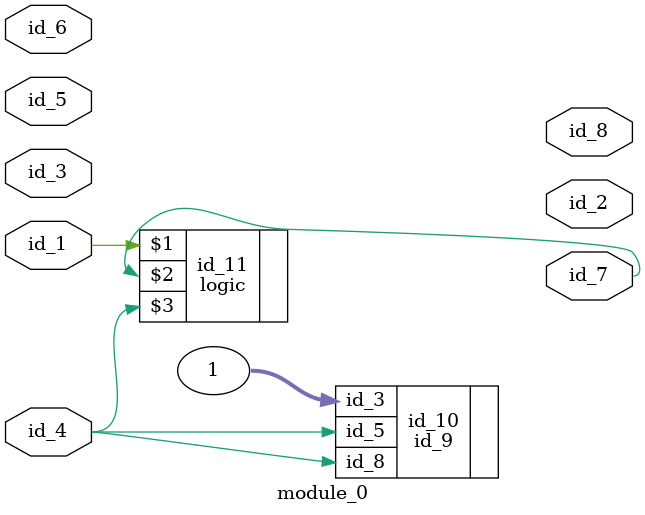
<source format=v>
module module_0 (
    id_1,
    id_2,
    id_3,
    id_4,
    id_5,
    id_6,
    id_7,
    id_8
);
  output id_8;
  output id_7;
  input id_6;
  input id_5;
  input id_4;
  input id_3;
  output id_2;
  input id_1;
  id_9 id_10 (
      .id_3(1),
      .id_8(id_4),
      .id_5(id_4)
  );
  logic id_11 (
      id_1 != 1'h0,
      id_7,
      id_4
  );
endmodule

</source>
